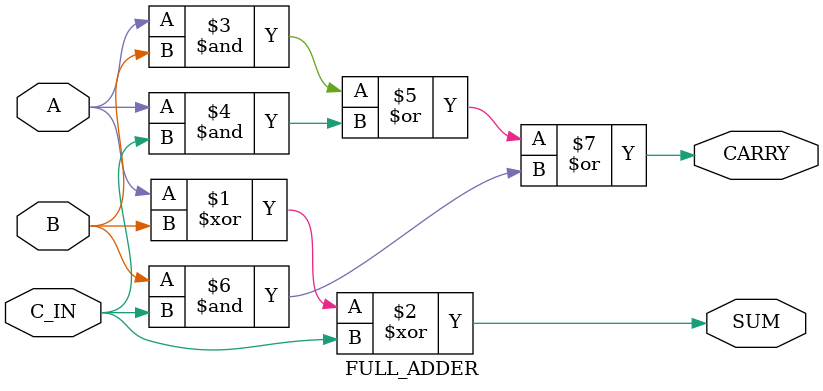
<source format=sv>

/*
* This Source Code Form is subject to the terms of the Mozilla Public
* License, v. 2.0. If a copy of the MPL was not distributed with this
* file, You can obtain one at https: //mozilla.org/MPL/2.0/.
*/
`default_nettype none

module FULL_ADDER (
    input A,
    input B,
    input C_IN,
    output SUM,
    output CARRY
);

assign SUM = A ^ B ^ C_IN;
assign CARRY = (A & B) | (A & C_IN) | (B & C_IN);

endmodule
</source>
